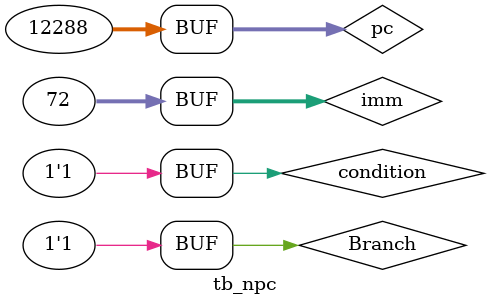
<source format=v>
`timescale 1ns / 1ps
module tb_npc(); 
    
    parameter PERIOD = 10;


    reg [31:0] pc=32'h3000,imm=32'h48;
    wire [31:0] npc;
    reg Branch=1,condition=0;

    initial begin
        #(PERIOD) condition=1;
    end
        

    npc npc_u0(
        .pc(pc),//it can be x[rs1]
        .is_jump((Branch&condition)),
        .is_jalr(0),
        .imm(imm),
        .npc(npc)
    );






    
    


endmodule
</source>
